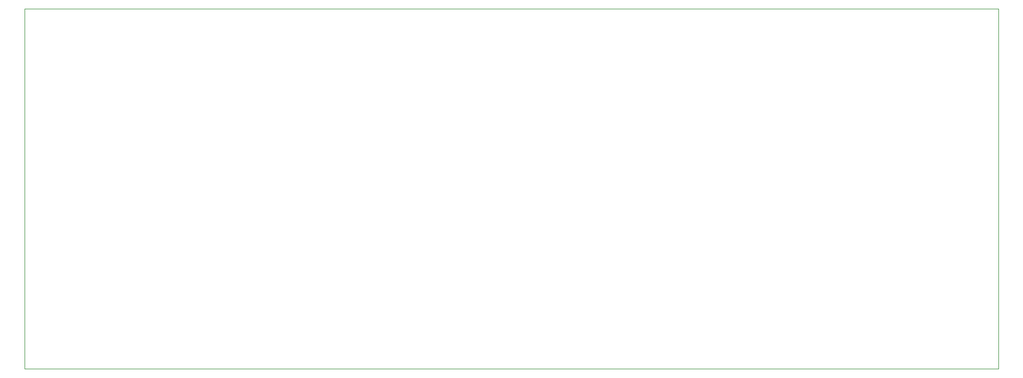
<source format=gm1>
G04 #@! TF.GenerationSoftware,KiCad,Pcbnew,7.0.10*
G04 #@! TF.CreationDate,2024-12-17T00:01:21-07:00*
G04 #@! TF.ProjectId,DRXDaughterboard,44525844-6175-4676-9874-6572626f6172,1.1*
G04 #@! TF.SameCoordinates,Original*
G04 #@! TF.FileFunction,Profile,NP*
%FSLAX46Y46*%
G04 Gerber Fmt 4.6, Leading zero omitted, Abs format (unit mm)*
G04 Created by KiCad (PCBNEW 7.0.10) date 2024-12-17 00:01:21*
%MOMM*%
%LPD*%
G01*
G04 APERTURE LIST*
G04 #@! TA.AperFunction,Profile*
%ADD10C,0.100000*%
G04 #@! TD*
G04 APERTURE END LIST*
D10*
X66754001Y-70186773D02*
X217670001Y-70186773D01*
X217670001Y-125939773D01*
X66754001Y-125939773D01*
X66754001Y-70186773D01*
M02*

</source>
